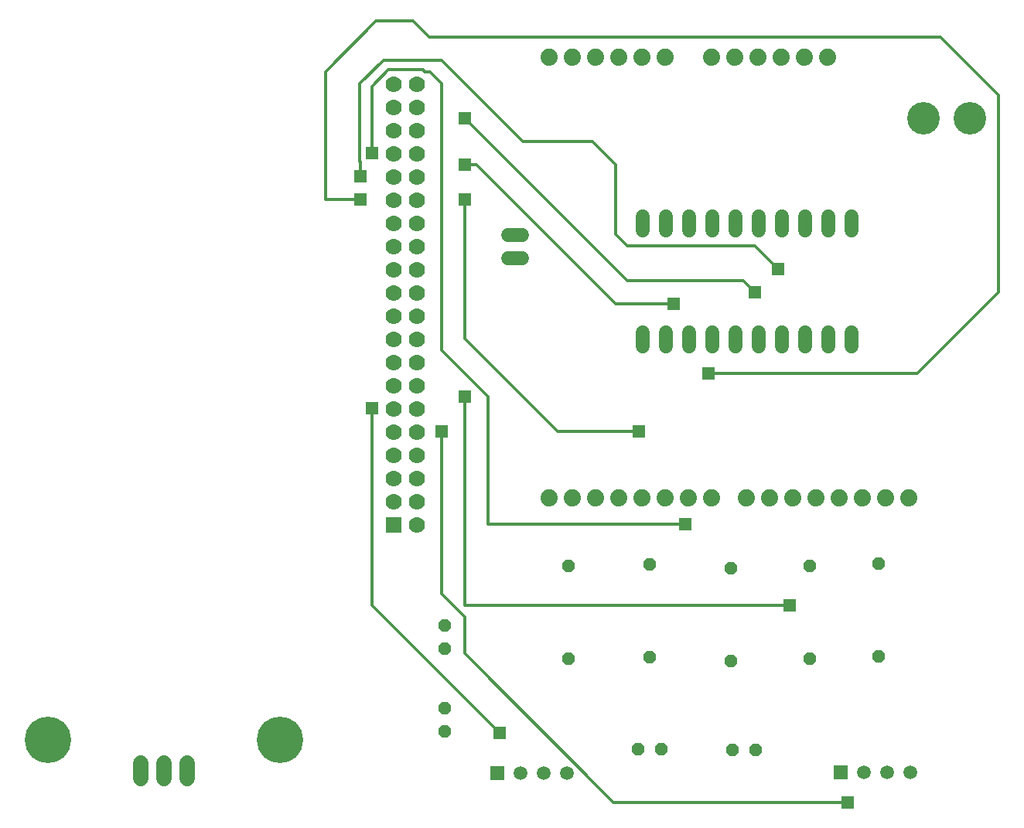
<source format=gbr>
G04 EAGLE Gerber RS-274X export*
G75*
%MOMM*%
%FSLAX34Y34*%
%LPD*%
%INTop Copper*%
%IPPOS*%
%AMOC8*
5,1,8,0,0,1.08239X$1,22.5*%
G01*
%ADD10P,1.429621X8X292.500000*%
%ADD11P,1.429621X8X112.500000*%
%ADD12C,1.676400*%
%ADD13C,1.524000*%
%ADD14C,3.556000*%
%ADD15P,1.429621X8X22.500000*%
%ADD16R,1.778000X1.778000*%
%ADD17C,1.778000*%
%ADD18R,1.508000X1.508000*%
%ADD19C,1.508000*%
%ADD20C,1.879600*%
%ADD21C,5.080000*%
%ADD22R,1.350000X1.350000*%
%ADD23C,0.304800*%


D10*
X562102Y270002D03*
X562102Y244602D03*
D11*
X562610Y153670D03*
X562610Y179070D03*
D12*
X229616Y119126D02*
X229616Y102362D01*
X255016Y102362D02*
X255016Y119126D01*
X280416Y119126D02*
X280416Y102362D01*
D13*
X631865Y671576D02*
X647105Y671576D01*
X647105Y696976D02*
X631865Y696976D01*
D14*
X1086866Y825246D03*
X1137666Y825246D03*
D15*
X877824Y133350D03*
X903224Y133350D03*
X774446Y134366D03*
X799846Y134366D03*
D16*
X506966Y380118D03*
D17*
X532366Y380118D03*
X506966Y405518D03*
X532366Y405518D03*
X506966Y430918D03*
X532366Y430918D03*
X506966Y456318D03*
X532366Y456318D03*
X506966Y481718D03*
X532366Y481718D03*
X506966Y507118D03*
X532366Y507118D03*
X506966Y532518D03*
X532366Y532518D03*
X506966Y557918D03*
X532366Y557918D03*
X506966Y583318D03*
X532366Y583318D03*
X506966Y608718D03*
X532366Y608718D03*
X506966Y634118D03*
X532366Y634118D03*
X506966Y659518D03*
X532366Y659518D03*
X506966Y684918D03*
X532366Y684918D03*
X506966Y710318D03*
X532366Y710318D03*
X506966Y735718D03*
X532366Y735718D03*
X506966Y761118D03*
X532366Y761118D03*
X506966Y786518D03*
X532366Y786518D03*
X506966Y811918D03*
X532366Y811918D03*
X506966Y837318D03*
X532366Y837318D03*
X506966Y862718D03*
X532366Y862718D03*
D10*
X1037590Y337566D03*
X1037590Y235966D03*
X698246Y335026D03*
X698246Y233426D03*
X961898Y334772D03*
X961898Y233172D03*
X875792Y332740D03*
X875792Y231140D03*
X787146Y336550D03*
X787146Y234950D03*
D13*
X779526Y575310D02*
X779526Y590550D01*
X804926Y590550D02*
X804926Y575310D01*
X830326Y575310D02*
X830326Y590550D01*
X855726Y590550D02*
X855726Y575310D01*
X881126Y575310D02*
X881126Y590550D01*
X906526Y590550D02*
X906526Y575310D01*
X931926Y575310D02*
X931926Y590550D01*
X957326Y590550D02*
X957326Y575310D01*
X982726Y575310D02*
X982726Y590550D01*
X1008126Y590550D02*
X1008126Y575310D01*
X1008126Y702310D02*
X1008126Y717550D01*
X982726Y717550D02*
X982726Y702310D01*
X957326Y702310D02*
X957326Y717550D01*
X931926Y717550D02*
X931926Y702310D01*
X906526Y702310D02*
X906526Y717550D01*
X881126Y717550D02*
X881126Y702310D01*
X855726Y702310D02*
X855726Y717550D01*
X830326Y717550D02*
X830326Y702310D01*
X804926Y702310D02*
X804926Y717550D01*
X779526Y717550D02*
X779526Y702310D01*
D18*
X995680Y108712D03*
D19*
X1021080Y108712D03*
X1046480Y108712D03*
X1071880Y108712D03*
D18*
X619760Y107696D03*
D19*
X645160Y107696D03*
X670560Y107696D03*
X695960Y107696D03*
D20*
X981456Y891794D03*
X956056Y891794D03*
X930656Y891794D03*
X905256Y891794D03*
X879856Y891794D03*
X854456Y891794D03*
X803656Y891794D03*
X778256Y891794D03*
X752856Y891794D03*
X727456Y891794D03*
X702056Y891794D03*
X676656Y891794D03*
X676656Y409194D03*
X702056Y409194D03*
X727456Y409194D03*
X752856Y409194D03*
X778256Y409194D03*
X803656Y409194D03*
X829056Y409194D03*
X854456Y409194D03*
X892556Y409194D03*
X917956Y409194D03*
X943356Y409194D03*
X968756Y409194D03*
X994156Y409194D03*
X1019556Y409194D03*
X1044956Y409194D03*
X1070356Y409194D03*
D21*
X127762Y144526D03*
X381762Y144526D03*
D22*
X584200Y774700D03*
D23*
X596900Y774700D01*
X749300Y622300D01*
X812800Y622300D01*
D22*
X812800Y622300D03*
X584200Y825500D03*
D23*
X762000Y647700D01*
X889000Y647700D01*
X901700Y635000D01*
D22*
X901700Y635000D03*
X469900Y736600D03*
D23*
X431800Y736600D01*
X431800Y876300D01*
X528064Y931692D02*
X545356Y914400D01*
X487192Y931692D02*
X431800Y876300D01*
X487192Y931692D02*
X528064Y931692D01*
X1104900Y914400D02*
X1168400Y850900D01*
X1168400Y635000D01*
X1079500Y546100D01*
X850900Y546100D01*
X1104900Y914400D02*
X545356Y914400D01*
D22*
X850900Y546100D03*
X469900Y762000D03*
D23*
X469900Y777374D01*
X469326Y777948D01*
X469326Y863026D01*
X495300Y889000D01*
X558800Y889000D01*
X647700Y800100D01*
X723900Y800100D01*
X749300Y774700D01*
X749300Y698500D01*
X762000Y685800D01*
X901700Y685800D01*
X927100Y660400D01*
D22*
X927100Y660400D03*
X584200Y736600D03*
D23*
X584200Y584200D01*
X685800Y482600D01*
X774700Y482600D01*
D22*
X774700Y482600D03*
X482600Y787400D03*
D23*
X540583Y876300D02*
X538751Y878132D01*
X540583Y876300D02*
X546100Y876300D01*
X538751Y878132D02*
X500581Y878132D01*
X482600Y860151D02*
X482600Y787400D01*
X482600Y860151D02*
X500581Y878132D01*
X546100Y876300D02*
X558800Y863600D01*
X558800Y571500D01*
X609600Y520700D01*
X609600Y381000D01*
X825500Y381000D01*
D22*
X825500Y381000D03*
D23*
X584200Y292100D02*
X584200Y520700D01*
X584200Y292100D02*
X939800Y292100D01*
D22*
X584200Y520700D03*
X939800Y292100D03*
D23*
X558800Y304800D02*
X558800Y482600D01*
X558800Y304800D02*
X584200Y279400D01*
X584200Y239346D01*
X747346Y76200D02*
X1003300Y76200D01*
X747346Y76200D02*
X584200Y239346D01*
D22*
X558800Y482600D03*
X1003300Y76200D03*
D23*
X482600Y292100D02*
X482600Y508000D01*
X482600Y292100D02*
X622300Y152400D01*
D22*
X482600Y508000D03*
X622300Y152400D03*
M02*

</source>
